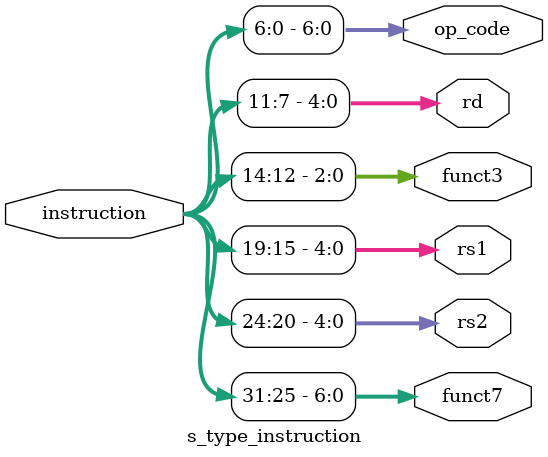
<source format=v>
module s_type_instruction #(parameter WORDSIZE = 64, parameter SIZE = 32)(
    input wire [SIZE-1:0] instruction, /* instrução "crua" */
    output wire [6:0] funct7, /* funct7 da instrução (7 bits) */
    output wire [4:0] rs2, /* rs2 da instrução (5 bits) */
    output wire [4:0] rs1, /* rs1 da instrução (5 bits) */
    output wire [2:0] funct3, /* funct3 da instrução (3 bits) */
    output wire [4:0] rd, /* rd da instrução (5 bits) */
    output wire [6:0] op_code /* op_code da instrução (7 bits) */
);
    /* instruction = 32'b1100100_00010_01100_111_00100_0000110 (exemplo) */
    assign funct7 = instruction[31:25];
    assign rs2 = instruction[24:20];
    assign rs1 = instruction[19:15];
    assign funct3 = instruction[14:12];
    assign rd = instruction[11:7];
    assign op_code = instruction[6:0];
    
endmodule
</source>
